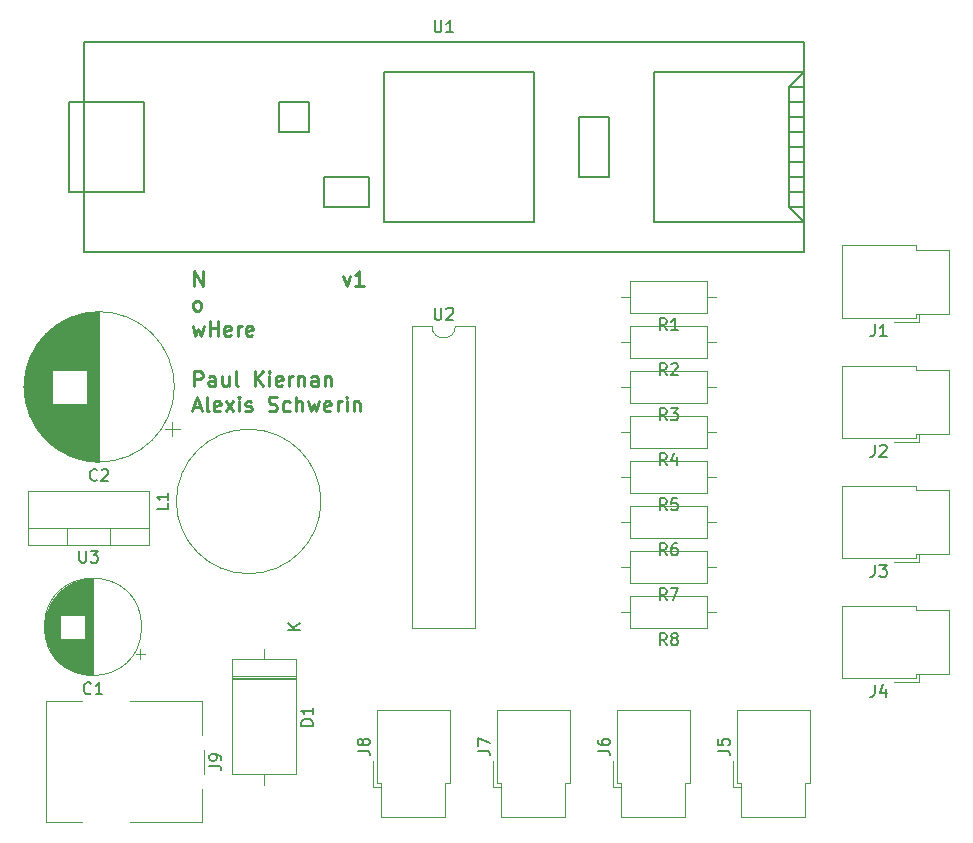
<source format=gbr>
G04 #@! TF.GenerationSoftware,KiCad,Pcbnew,(5.1.2-1)-1*
G04 #@! TF.CreationDate,2019-06-05T23:38:11-07:00*
G04 #@! TF.ProjectId,nowhere,6e6f7768-6572-4652-9e6b-696361645f70,rev?*
G04 #@! TF.SameCoordinates,Original*
G04 #@! TF.FileFunction,Legend,Top*
G04 #@! TF.FilePolarity,Positive*
%FSLAX46Y46*%
G04 Gerber Fmt 4.6, Leading zero omitted, Abs format (unit mm)*
G04 Created by KiCad (PCBNEW (5.1.2-1)-1) date 2019-06-05 23:38:11*
%MOMM*%
%LPD*%
G04 APERTURE LIST*
%ADD10C,0.250000*%
%ADD11C,0.120000*%
%ADD12C,0.150000*%
G04 APERTURE END LIST*
D10*
X79200119Y-35892976D02*
X79200119Y-34642976D01*
X79914404Y-35892976D01*
X79914404Y-34642976D01*
X91819166Y-35059642D02*
X92116785Y-35892976D01*
X92414404Y-35059642D01*
X93545357Y-35892976D02*
X92831071Y-35892976D01*
X93188214Y-35892976D02*
X93188214Y-34642976D01*
X93069166Y-34821547D01*
X92950119Y-34940595D01*
X92831071Y-35000119D01*
X79378690Y-38017976D02*
X79259642Y-37958452D01*
X79200119Y-37898928D01*
X79140595Y-37779880D01*
X79140595Y-37422738D01*
X79200119Y-37303690D01*
X79259642Y-37244166D01*
X79378690Y-37184642D01*
X79557261Y-37184642D01*
X79676309Y-37244166D01*
X79735833Y-37303690D01*
X79795357Y-37422738D01*
X79795357Y-37779880D01*
X79735833Y-37898928D01*
X79676309Y-37958452D01*
X79557261Y-38017976D01*
X79378690Y-38017976D01*
X79081071Y-39309642D02*
X79319166Y-40142976D01*
X79557261Y-39547738D01*
X79795357Y-40142976D01*
X80033452Y-39309642D01*
X80509642Y-40142976D02*
X80509642Y-38892976D01*
X80509642Y-39488214D02*
X81223928Y-39488214D01*
X81223928Y-40142976D02*
X81223928Y-38892976D01*
X82295357Y-40083452D02*
X82176309Y-40142976D01*
X81938214Y-40142976D01*
X81819166Y-40083452D01*
X81759642Y-39964404D01*
X81759642Y-39488214D01*
X81819166Y-39369166D01*
X81938214Y-39309642D01*
X82176309Y-39309642D01*
X82295357Y-39369166D01*
X82354880Y-39488214D01*
X82354880Y-39607261D01*
X81759642Y-39726309D01*
X82890595Y-40142976D02*
X82890595Y-39309642D01*
X82890595Y-39547738D02*
X82950119Y-39428690D01*
X83009642Y-39369166D01*
X83128690Y-39309642D01*
X83247738Y-39309642D01*
X84140595Y-40083452D02*
X84021547Y-40142976D01*
X83783452Y-40142976D01*
X83664404Y-40083452D01*
X83604880Y-39964404D01*
X83604880Y-39488214D01*
X83664404Y-39369166D01*
X83783452Y-39309642D01*
X84021547Y-39309642D01*
X84140595Y-39369166D01*
X84200119Y-39488214D01*
X84200119Y-39607261D01*
X83604880Y-39726309D01*
X79200119Y-44392976D02*
X79200119Y-43142976D01*
X79676309Y-43142976D01*
X79795357Y-43202500D01*
X79854880Y-43262023D01*
X79914404Y-43381071D01*
X79914404Y-43559642D01*
X79854880Y-43678690D01*
X79795357Y-43738214D01*
X79676309Y-43797738D01*
X79200119Y-43797738D01*
X80985833Y-44392976D02*
X80985833Y-43738214D01*
X80926309Y-43619166D01*
X80807261Y-43559642D01*
X80569166Y-43559642D01*
X80450119Y-43619166D01*
X80985833Y-44333452D02*
X80866785Y-44392976D01*
X80569166Y-44392976D01*
X80450119Y-44333452D01*
X80390595Y-44214404D01*
X80390595Y-44095357D01*
X80450119Y-43976309D01*
X80569166Y-43916785D01*
X80866785Y-43916785D01*
X80985833Y-43857261D01*
X82116785Y-43559642D02*
X82116785Y-44392976D01*
X81581071Y-43559642D02*
X81581071Y-44214404D01*
X81640595Y-44333452D01*
X81759642Y-44392976D01*
X81938214Y-44392976D01*
X82057261Y-44333452D01*
X82116785Y-44273928D01*
X82890595Y-44392976D02*
X82771547Y-44333452D01*
X82712023Y-44214404D01*
X82712023Y-43142976D01*
X84319166Y-44392976D02*
X84319166Y-43142976D01*
X85033452Y-44392976D02*
X84497738Y-43678690D01*
X85033452Y-43142976D02*
X84319166Y-43857261D01*
X85569166Y-44392976D02*
X85569166Y-43559642D01*
X85569166Y-43142976D02*
X85509642Y-43202500D01*
X85569166Y-43262023D01*
X85628690Y-43202500D01*
X85569166Y-43142976D01*
X85569166Y-43262023D01*
X86640595Y-44333452D02*
X86521547Y-44392976D01*
X86283452Y-44392976D01*
X86164404Y-44333452D01*
X86104880Y-44214404D01*
X86104880Y-43738214D01*
X86164404Y-43619166D01*
X86283452Y-43559642D01*
X86521547Y-43559642D01*
X86640595Y-43619166D01*
X86700119Y-43738214D01*
X86700119Y-43857261D01*
X86104880Y-43976309D01*
X87235833Y-44392976D02*
X87235833Y-43559642D01*
X87235833Y-43797738D02*
X87295357Y-43678690D01*
X87354880Y-43619166D01*
X87473928Y-43559642D01*
X87592976Y-43559642D01*
X88009642Y-43559642D02*
X88009642Y-44392976D01*
X88009642Y-43678690D02*
X88069166Y-43619166D01*
X88188214Y-43559642D01*
X88366785Y-43559642D01*
X88485833Y-43619166D01*
X88545357Y-43738214D01*
X88545357Y-44392976D01*
X89676309Y-44392976D02*
X89676309Y-43738214D01*
X89616785Y-43619166D01*
X89497738Y-43559642D01*
X89259642Y-43559642D01*
X89140595Y-43619166D01*
X89676309Y-44333452D02*
X89557261Y-44392976D01*
X89259642Y-44392976D01*
X89140595Y-44333452D01*
X89081071Y-44214404D01*
X89081071Y-44095357D01*
X89140595Y-43976309D01*
X89259642Y-43916785D01*
X89557261Y-43916785D01*
X89676309Y-43857261D01*
X90271547Y-43559642D02*
X90271547Y-44392976D01*
X90271547Y-43678690D02*
X90331071Y-43619166D01*
X90450119Y-43559642D01*
X90628690Y-43559642D01*
X90747738Y-43619166D01*
X90807261Y-43738214D01*
X90807261Y-44392976D01*
X79140595Y-46160833D02*
X79735833Y-46160833D01*
X79021547Y-46517976D02*
X79438214Y-45267976D01*
X79854880Y-46517976D01*
X80450119Y-46517976D02*
X80331071Y-46458452D01*
X80271547Y-46339404D01*
X80271547Y-45267976D01*
X81402500Y-46458452D02*
X81283452Y-46517976D01*
X81045357Y-46517976D01*
X80926309Y-46458452D01*
X80866785Y-46339404D01*
X80866785Y-45863214D01*
X80926309Y-45744166D01*
X81045357Y-45684642D01*
X81283452Y-45684642D01*
X81402500Y-45744166D01*
X81462023Y-45863214D01*
X81462023Y-45982261D01*
X80866785Y-46101309D01*
X81878690Y-46517976D02*
X82533452Y-45684642D01*
X81878690Y-45684642D02*
X82533452Y-46517976D01*
X83009642Y-46517976D02*
X83009642Y-45684642D01*
X83009642Y-45267976D02*
X82950119Y-45327500D01*
X83009642Y-45387023D01*
X83069166Y-45327500D01*
X83009642Y-45267976D01*
X83009642Y-45387023D01*
X83545357Y-46458452D02*
X83664404Y-46517976D01*
X83902500Y-46517976D01*
X84021547Y-46458452D01*
X84081071Y-46339404D01*
X84081071Y-46279880D01*
X84021547Y-46160833D01*
X83902500Y-46101309D01*
X83723928Y-46101309D01*
X83604880Y-46041785D01*
X83545357Y-45922738D01*
X83545357Y-45863214D01*
X83604880Y-45744166D01*
X83723928Y-45684642D01*
X83902500Y-45684642D01*
X84021547Y-45744166D01*
X85509642Y-46458452D02*
X85688214Y-46517976D01*
X85985833Y-46517976D01*
X86104880Y-46458452D01*
X86164404Y-46398928D01*
X86223928Y-46279880D01*
X86223928Y-46160833D01*
X86164404Y-46041785D01*
X86104880Y-45982261D01*
X85985833Y-45922738D01*
X85747738Y-45863214D01*
X85628690Y-45803690D01*
X85569166Y-45744166D01*
X85509642Y-45625119D01*
X85509642Y-45506071D01*
X85569166Y-45387023D01*
X85628690Y-45327500D01*
X85747738Y-45267976D01*
X86045357Y-45267976D01*
X86223928Y-45327500D01*
X87295357Y-46458452D02*
X87176309Y-46517976D01*
X86938214Y-46517976D01*
X86819166Y-46458452D01*
X86759642Y-46398928D01*
X86700119Y-46279880D01*
X86700119Y-45922738D01*
X86759642Y-45803690D01*
X86819166Y-45744166D01*
X86938214Y-45684642D01*
X87176309Y-45684642D01*
X87295357Y-45744166D01*
X87831071Y-46517976D02*
X87831071Y-45267976D01*
X88366785Y-46517976D02*
X88366785Y-45863214D01*
X88307261Y-45744166D01*
X88188214Y-45684642D01*
X88009642Y-45684642D01*
X87890595Y-45744166D01*
X87831071Y-45803690D01*
X88842976Y-45684642D02*
X89081071Y-46517976D01*
X89319166Y-45922738D01*
X89557261Y-46517976D01*
X89795357Y-45684642D01*
X90747738Y-46458452D02*
X90628690Y-46517976D01*
X90390595Y-46517976D01*
X90271547Y-46458452D01*
X90212023Y-46339404D01*
X90212023Y-45863214D01*
X90271547Y-45744166D01*
X90390595Y-45684642D01*
X90628690Y-45684642D01*
X90747738Y-45744166D01*
X90807261Y-45863214D01*
X90807261Y-45982261D01*
X90212023Y-46101309D01*
X91342976Y-46517976D02*
X91342976Y-45684642D01*
X91342976Y-45922738D02*
X91402500Y-45803690D01*
X91462023Y-45744166D01*
X91581071Y-45684642D01*
X91700119Y-45684642D01*
X92116785Y-46517976D02*
X92116785Y-45684642D01*
X92116785Y-45267976D02*
X92057261Y-45327500D01*
X92116785Y-45387023D01*
X92176309Y-45327500D01*
X92116785Y-45267976D01*
X92116785Y-45387023D01*
X92712023Y-45684642D02*
X92712023Y-46517976D01*
X92712023Y-45803690D02*
X92771547Y-45744166D01*
X92890595Y-45684642D01*
X93069166Y-45684642D01*
X93188214Y-45744166D01*
X93247738Y-45863214D01*
X93247738Y-46517976D01*
D11*
X115340000Y-59690000D02*
X116110000Y-59690000D01*
X123420000Y-59690000D02*
X122650000Y-59690000D01*
X116110000Y-61060000D02*
X122650000Y-61060000D01*
X116110000Y-58320000D02*
X116110000Y-61060000D01*
X122650000Y-58320000D02*
X116110000Y-58320000D01*
X122650000Y-61060000D02*
X122650000Y-58320000D01*
X74760000Y-64770000D02*
G75*
G03X74760000Y-64770000I-4120000J0D01*
G01*
X70640000Y-68850000D02*
X70640000Y-60690000D01*
X70600000Y-68850000D02*
X70600000Y-60690000D01*
X70560000Y-68850000D02*
X70560000Y-60690000D01*
X70520000Y-68849000D02*
X70520000Y-60691000D01*
X70480000Y-68847000D02*
X70480000Y-60693000D01*
X70440000Y-68846000D02*
X70440000Y-60694000D01*
X70400000Y-68844000D02*
X70400000Y-60696000D01*
X70360000Y-68841000D02*
X70360000Y-60699000D01*
X70320000Y-68838000D02*
X70320000Y-60702000D01*
X70280000Y-68835000D02*
X70280000Y-60705000D01*
X70240000Y-68831000D02*
X70240000Y-60709000D01*
X70200000Y-68827000D02*
X70200000Y-60713000D01*
X70160000Y-68822000D02*
X70160000Y-60718000D01*
X70120000Y-68818000D02*
X70120000Y-60722000D01*
X70080000Y-68812000D02*
X70080000Y-60728000D01*
X70040000Y-68807000D02*
X70040000Y-60733000D01*
X70000000Y-68800000D02*
X70000000Y-60740000D01*
X69960000Y-68794000D02*
X69960000Y-60746000D01*
X69919000Y-68787000D02*
X69919000Y-65810000D01*
X69919000Y-63730000D02*
X69919000Y-60753000D01*
X69879000Y-68780000D02*
X69879000Y-65810000D01*
X69879000Y-63730000D02*
X69879000Y-60760000D01*
X69839000Y-68772000D02*
X69839000Y-65810000D01*
X69839000Y-63730000D02*
X69839000Y-60768000D01*
X69799000Y-68764000D02*
X69799000Y-65810000D01*
X69799000Y-63730000D02*
X69799000Y-60776000D01*
X69759000Y-68755000D02*
X69759000Y-65810000D01*
X69759000Y-63730000D02*
X69759000Y-60785000D01*
X69719000Y-68746000D02*
X69719000Y-65810000D01*
X69719000Y-63730000D02*
X69719000Y-60794000D01*
X69679000Y-68737000D02*
X69679000Y-65810000D01*
X69679000Y-63730000D02*
X69679000Y-60803000D01*
X69639000Y-68727000D02*
X69639000Y-65810000D01*
X69639000Y-63730000D02*
X69639000Y-60813000D01*
X69599000Y-68717000D02*
X69599000Y-65810000D01*
X69599000Y-63730000D02*
X69599000Y-60823000D01*
X69559000Y-68706000D02*
X69559000Y-65810000D01*
X69559000Y-63730000D02*
X69559000Y-60834000D01*
X69519000Y-68695000D02*
X69519000Y-65810000D01*
X69519000Y-63730000D02*
X69519000Y-60845000D01*
X69479000Y-68684000D02*
X69479000Y-65810000D01*
X69479000Y-63730000D02*
X69479000Y-60856000D01*
X69439000Y-68672000D02*
X69439000Y-65810000D01*
X69439000Y-63730000D02*
X69439000Y-60868000D01*
X69399000Y-68659000D02*
X69399000Y-65810000D01*
X69399000Y-63730000D02*
X69399000Y-60881000D01*
X69359000Y-68647000D02*
X69359000Y-65810000D01*
X69359000Y-63730000D02*
X69359000Y-60893000D01*
X69319000Y-68633000D02*
X69319000Y-65810000D01*
X69319000Y-63730000D02*
X69319000Y-60907000D01*
X69279000Y-68620000D02*
X69279000Y-65810000D01*
X69279000Y-63730000D02*
X69279000Y-60920000D01*
X69239000Y-68605000D02*
X69239000Y-65810000D01*
X69239000Y-63730000D02*
X69239000Y-60935000D01*
X69199000Y-68591000D02*
X69199000Y-65810000D01*
X69199000Y-63730000D02*
X69199000Y-60949000D01*
X69159000Y-68575000D02*
X69159000Y-65810000D01*
X69159000Y-63730000D02*
X69159000Y-60965000D01*
X69119000Y-68560000D02*
X69119000Y-65810000D01*
X69119000Y-63730000D02*
X69119000Y-60980000D01*
X69079000Y-68544000D02*
X69079000Y-65810000D01*
X69079000Y-63730000D02*
X69079000Y-60996000D01*
X69039000Y-68527000D02*
X69039000Y-65810000D01*
X69039000Y-63730000D02*
X69039000Y-61013000D01*
X68999000Y-68510000D02*
X68999000Y-65810000D01*
X68999000Y-63730000D02*
X68999000Y-61030000D01*
X68959000Y-68492000D02*
X68959000Y-65810000D01*
X68959000Y-63730000D02*
X68959000Y-61048000D01*
X68919000Y-68474000D02*
X68919000Y-65810000D01*
X68919000Y-63730000D02*
X68919000Y-61066000D01*
X68879000Y-68456000D02*
X68879000Y-65810000D01*
X68879000Y-63730000D02*
X68879000Y-61084000D01*
X68839000Y-68436000D02*
X68839000Y-65810000D01*
X68839000Y-63730000D02*
X68839000Y-61104000D01*
X68799000Y-68417000D02*
X68799000Y-65810000D01*
X68799000Y-63730000D02*
X68799000Y-61123000D01*
X68759000Y-68397000D02*
X68759000Y-65810000D01*
X68759000Y-63730000D02*
X68759000Y-61143000D01*
X68719000Y-68376000D02*
X68719000Y-65810000D01*
X68719000Y-63730000D02*
X68719000Y-61164000D01*
X68679000Y-68354000D02*
X68679000Y-65810000D01*
X68679000Y-63730000D02*
X68679000Y-61186000D01*
X68639000Y-68332000D02*
X68639000Y-65810000D01*
X68639000Y-63730000D02*
X68639000Y-61208000D01*
X68599000Y-68310000D02*
X68599000Y-65810000D01*
X68599000Y-63730000D02*
X68599000Y-61230000D01*
X68559000Y-68287000D02*
X68559000Y-65810000D01*
X68559000Y-63730000D02*
X68559000Y-61253000D01*
X68519000Y-68263000D02*
X68519000Y-65810000D01*
X68519000Y-63730000D02*
X68519000Y-61277000D01*
X68479000Y-68239000D02*
X68479000Y-65810000D01*
X68479000Y-63730000D02*
X68479000Y-61301000D01*
X68439000Y-68214000D02*
X68439000Y-65810000D01*
X68439000Y-63730000D02*
X68439000Y-61326000D01*
X68399000Y-68188000D02*
X68399000Y-65810000D01*
X68399000Y-63730000D02*
X68399000Y-61352000D01*
X68359000Y-68162000D02*
X68359000Y-65810000D01*
X68359000Y-63730000D02*
X68359000Y-61378000D01*
X68319000Y-68135000D02*
X68319000Y-65810000D01*
X68319000Y-63730000D02*
X68319000Y-61405000D01*
X68279000Y-68108000D02*
X68279000Y-65810000D01*
X68279000Y-63730000D02*
X68279000Y-61432000D01*
X68239000Y-68079000D02*
X68239000Y-65810000D01*
X68239000Y-63730000D02*
X68239000Y-61461000D01*
X68199000Y-68050000D02*
X68199000Y-65810000D01*
X68199000Y-63730000D02*
X68199000Y-61490000D01*
X68159000Y-68020000D02*
X68159000Y-65810000D01*
X68159000Y-63730000D02*
X68159000Y-61520000D01*
X68119000Y-67990000D02*
X68119000Y-65810000D01*
X68119000Y-63730000D02*
X68119000Y-61550000D01*
X68079000Y-67959000D02*
X68079000Y-65810000D01*
X68079000Y-63730000D02*
X68079000Y-61581000D01*
X68039000Y-67926000D02*
X68039000Y-65810000D01*
X68039000Y-63730000D02*
X68039000Y-61614000D01*
X67999000Y-67894000D02*
X67999000Y-65810000D01*
X67999000Y-63730000D02*
X67999000Y-61646000D01*
X67959000Y-67860000D02*
X67959000Y-65810000D01*
X67959000Y-63730000D02*
X67959000Y-61680000D01*
X67919000Y-67825000D02*
X67919000Y-65810000D01*
X67919000Y-63730000D02*
X67919000Y-61715000D01*
X67879000Y-67789000D02*
X67879000Y-65810000D01*
X67879000Y-63730000D02*
X67879000Y-61751000D01*
X67839000Y-67753000D02*
X67839000Y-61787000D01*
X67799000Y-67715000D02*
X67799000Y-61825000D01*
X67759000Y-67677000D02*
X67759000Y-61863000D01*
X67719000Y-67637000D02*
X67719000Y-61903000D01*
X67679000Y-67596000D02*
X67679000Y-61944000D01*
X67639000Y-67554000D02*
X67639000Y-61986000D01*
X67599000Y-67511000D02*
X67599000Y-62029000D01*
X67559000Y-67467000D02*
X67559000Y-62073000D01*
X67519000Y-67421000D02*
X67519000Y-62119000D01*
X67479000Y-67374000D02*
X67479000Y-62166000D01*
X67439000Y-67326000D02*
X67439000Y-62214000D01*
X67399000Y-67275000D02*
X67399000Y-62265000D01*
X67359000Y-67224000D02*
X67359000Y-62316000D01*
X67319000Y-67170000D02*
X67319000Y-62370000D01*
X67279000Y-67115000D02*
X67279000Y-62425000D01*
X67239000Y-67057000D02*
X67239000Y-62483000D01*
X67199000Y-66998000D02*
X67199000Y-62542000D01*
X67159000Y-66936000D02*
X67159000Y-62604000D01*
X67119000Y-66872000D02*
X67119000Y-62668000D01*
X67079000Y-66804000D02*
X67079000Y-62736000D01*
X67039000Y-66734000D02*
X67039000Y-62806000D01*
X66999000Y-66660000D02*
X66999000Y-62880000D01*
X66959000Y-66583000D02*
X66959000Y-62957000D01*
X66919000Y-66501000D02*
X66919000Y-63039000D01*
X66879000Y-66415000D02*
X66879000Y-63125000D01*
X66839000Y-66322000D02*
X66839000Y-63218000D01*
X66799000Y-66223000D02*
X66799000Y-63317000D01*
X66759000Y-66116000D02*
X66759000Y-63424000D01*
X66719000Y-65999000D02*
X66719000Y-63541000D01*
X66679000Y-65868000D02*
X66679000Y-63672000D01*
X66639000Y-65718000D02*
X66639000Y-63822000D01*
X66599000Y-65538000D02*
X66599000Y-64002000D01*
X66559000Y-65303000D02*
X66559000Y-64237000D01*
X75049698Y-67085000D02*
X74249698Y-67085000D01*
X74649698Y-67485000D02*
X74649698Y-66685000D01*
X77530000Y-44450000D02*
G75*
G03X77530000Y-44450000I-6370000J0D01*
G01*
X71160000Y-50780000D02*
X71160000Y-38120000D01*
X71120000Y-50780000D02*
X71120000Y-38120000D01*
X71080000Y-50780000D02*
X71080000Y-38120000D01*
X71040000Y-50779000D02*
X71040000Y-38121000D01*
X71000000Y-50778000D02*
X71000000Y-38122000D01*
X70960000Y-50777000D02*
X70960000Y-38123000D01*
X70920000Y-50776000D02*
X70920000Y-38124000D01*
X70880000Y-50774000D02*
X70880000Y-38126000D01*
X70840000Y-50772000D02*
X70840000Y-38128000D01*
X70800000Y-50770000D02*
X70800000Y-38130000D01*
X70760000Y-50768000D02*
X70760000Y-38132000D01*
X70720000Y-50765000D02*
X70720000Y-38135000D01*
X70680000Y-50762000D02*
X70680000Y-38138000D01*
X70640000Y-50759000D02*
X70640000Y-38141000D01*
X70600000Y-50756000D02*
X70600000Y-38144000D01*
X70560000Y-50752000D02*
X70560000Y-38148000D01*
X70520000Y-50748000D02*
X70520000Y-38152000D01*
X70480000Y-50744000D02*
X70480000Y-38156000D01*
X70439000Y-50740000D02*
X70439000Y-38160000D01*
X70399000Y-50735000D02*
X70399000Y-38165000D01*
X70359000Y-50730000D02*
X70359000Y-38170000D01*
X70319000Y-50725000D02*
X70319000Y-38175000D01*
X70279000Y-50719000D02*
X70279000Y-38181000D01*
X70239000Y-50714000D02*
X70239000Y-38186000D01*
X70199000Y-50708000D02*
X70199000Y-38192000D01*
X70159000Y-50702000D02*
X70159000Y-38198000D01*
X70119000Y-50695000D02*
X70119000Y-38205000D01*
X70079000Y-50688000D02*
X70079000Y-45890000D01*
X70079000Y-43010000D02*
X70079000Y-38212000D01*
X70039000Y-50681000D02*
X70039000Y-45890000D01*
X70039000Y-43010000D02*
X70039000Y-38219000D01*
X69999000Y-50674000D02*
X69999000Y-45890000D01*
X69999000Y-43010000D02*
X69999000Y-38226000D01*
X69959000Y-50666000D02*
X69959000Y-45890000D01*
X69959000Y-43010000D02*
X69959000Y-38234000D01*
X69919000Y-50659000D02*
X69919000Y-45890000D01*
X69919000Y-43010000D02*
X69919000Y-38241000D01*
X69879000Y-50651000D02*
X69879000Y-45890000D01*
X69879000Y-43010000D02*
X69879000Y-38249000D01*
X69839000Y-50642000D02*
X69839000Y-45890000D01*
X69839000Y-43010000D02*
X69839000Y-38258000D01*
X69799000Y-50634000D02*
X69799000Y-45890000D01*
X69799000Y-43010000D02*
X69799000Y-38266000D01*
X69759000Y-50625000D02*
X69759000Y-45890000D01*
X69759000Y-43010000D02*
X69759000Y-38275000D01*
X69719000Y-50616000D02*
X69719000Y-45890000D01*
X69719000Y-43010000D02*
X69719000Y-38284000D01*
X69679000Y-50606000D02*
X69679000Y-45890000D01*
X69679000Y-43010000D02*
X69679000Y-38294000D01*
X69639000Y-50596000D02*
X69639000Y-45890000D01*
X69639000Y-43010000D02*
X69639000Y-38304000D01*
X69599000Y-50587000D02*
X69599000Y-45890000D01*
X69599000Y-43010000D02*
X69599000Y-38313000D01*
X69559000Y-50576000D02*
X69559000Y-45890000D01*
X69559000Y-43010000D02*
X69559000Y-38324000D01*
X69519000Y-50566000D02*
X69519000Y-45890000D01*
X69519000Y-43010000D02*
X69519000Y-38334000D01*
X69479000Y-50555000D02*
X69479000Y-45890000D01*
X69479000Y-43010000D02*
X69479000Y-38345000D01*
X69439000Y-50544000D02*
X69439000Y-45890000D01*
X69439000Y-43010000D02*
X69439000Y-38356000D01*
X69399000Y-50533000D02*
X69399000Y-45890000D01*
X69399000Y-43010000D02*
X69399000Y-38367000D01*
X69359000Y-50521000D02*
X69359000Y-45890000D01*
X69359000Y-43010000D02*
X69359000Y-38379000D01*
X69319000Y-50509000D02*
X69319000Y-45890000D01*
X69319000Y-43010000D02*
X69319000Y-38391000D01*
X69279000Y-50497000D02*
X69279000Y-45890000D01*
X69279000Y-43010000D02*
X69279000Y-38403000D01*
X69239000Y-50484000D02*
X69239000Y-45890000D01*
X69239000Y-43010000D02*
X69239000Y-38416000D01*
X69199000Y-50471000D02*
X69199000Y-45890000D01*
X69199000Y-43010000D02*
X69199000Y-38429000D01*
X69159000Y-50458000D02*
X69159000Y-45890000D01*
X69159000Y-43010000D02*
X69159000Y-38442000D01*
X69119000Y-50445000D02*
X69119000Y-45890000D01*
X69119000Y-43010000D02*
X69119000Y-38455000D01*
X69079000Y-50431000D02*
X69079000Y-45890000D01*
X69079000Y-43010000D02*
X69079000Y-38469000D01*
X69039000Y-50417000D02*
X69039000Y-45890000D01*
X69039000Y-43010000D02*
X69039000Y-38483000D01*
X68999000Y-50403000D02*
X68999000Y-45890000D01*
X68999000Y-43010000D02*
X68999000Y-38497000D01*
X68959000Y-50389000D02*
X68959000Y-45890000D01*
X68959000Y-43010000D02*
X68959000Y-38511000D01*
X68919000Y-50374000D02*
X68919000Y-45890000D01*
X68919000Y-43010000D02*
X68919000Y-38526000D01*
X68879000Y-50358000D02*
X68879000Y-45890000D01*
X68879000Y-43010000D02*
X68879000Y-38542000D01*
X68839000Y-50343000D02*
X68839000Y-45890000D01*
X68839000Y-43010000D02*
X68839000Y-38557000D01*
X68799000Y-50327000D02*
X68799000Y-45890000D01*
X68799000Y-43010000D02*
X68799000Y-38573000D01*
X68759000Y-50311000D02*
X68759000Y-45890000D01*
X68759000Y-43010000D02*
X68759000Y-38589000D01*
X68719000Y-50295000D02*
X68719000Y-45890000D01*
X68719000Y-43010000D02*
X68719000Y-38605000D01*
X68679000Y-50278000D02*
X68679000Y-45890000D01*
X68679000Y-43010000D02*
X68679000Y-38622000D01*
X68639000Y-50261000D02*
X68639000Y-45890000D01*
X68639000Y-43010000D02*
X68639000Y-38639000D01*
X68599000Y-50243000D02*
X68599000Y-45890000D01*
X68599000Y-43010000D02*
X68599000Y-38657000D01*
X68559000Y-50226000D02*
X68559000Y-45890000D01*
X68559000Y-43010000D02*
X68559000Y-38674000D01*
X68519000Y-50208000D02*
X68519000Y-45890000D01*
X68519000Y-43010000D02*
X68519000Y-38692000D01*
X68479000Y-50189000D02*
X68479000Y-45890000D01*
X68479000Y-43010000D02*
X68479000Y-38711000D01*
X68439000Y-50171000D02*
X68439000Y-45890000D01*
X68439000Y-43010000D02*
X68439000Y-38729000D01*
X68399000Y-50152000D02*
X68399000Y-45890000D01*
X68399000Y-43010000D02*
X68399000Y-38748000D01*
X68359000Y-50132000D02*
X68359000Y-45890000D01*
X68359000Y-43010000D02*
X68359000Y-38768000D01*
X68319000Y-50112000D02*
X68319000Y-45890000D01*
X68319000Y-43010000D02*
X68319000Y-38788000D01*
X68279000Y-50092000D02*
X68279000Y-45890000D01*
X68279000Y-43010000D02*
X68279000Y-38808000D01*
X68239000Y-50072000D02*
X68239000Y-45890000D01*
X68239000Y-43010000D02*
X68239000Y-38828000D01*
X68199000Y-50051000D02*
X68199000Y-45890000D01*
X68199000Y-43010000D02*
X68199000Y-38849000D01*
X68159000Y-50030000D02*
X68159000Y-45890000D01*
X68159000Y-43010000D02*
X68159000Y-38870000D01*
X68119000Y-50008000D02*
X68119000Y-45890000D01*
X68119000Y-43010000D02*
X68119000Y-38892000D01*
X68079000Y-49986000D02*
X68079000Y-45890000D01*
X68079000Y-43010000D02*
X68079000Y-38914000D01*
X68039000Y-49964000D02*
X68039000Y-45890000D01*
X68039000Y-43010000D02*
X68039000Y-38936000D01*
X67999000Y-49941000D02*
X67999000Y-45890000D01*
X67999000Y-43010000D02*
X67999000Y-38959000D01*
X67959000Y-49918000D02*
X67959000Y-45890000D01*
X67959000Y-43010000D02*
X67959000Y-38982000D01*
X67919000Y-49895000D02*
X67919000Y-45890000D01*
X67919000Y-43010000D02*
X67919000Y-39005000D01*
X67879000Y-49871000D02*
X67879000Y-45890000D01*
X67879000Y-43010000D02*
X67879000Y-39029000D01*
X67839000Y-49847000D02*
X67839000Y-45890000D01*
X67839000Y-43010000D02*
X67839000Y-39053000D01*
X67799000Y-49822000D02*
X67799000Y-45890000D01*
X67799000Y-43010000D02*
X67799000Y-39078000D01*
X67759000Y-49797000D02*
X67759000Y-45890000D01*
X67759000Y-43010000D02*
X67759000Y-39103000D01*
X67719000Y-49772000D02*
X67719000Y-45890000D01*
X67719000Y-43010000D02*
X67719000Y-39128000D01*
X67679000Y-49746000D02*
X67679000Y-45890000D01*
X67679000Y-43010000D02*
X67679000Y-39154000D01*
X67639000Y-49720000D02*
X67639000Y-45890000D01*
X67639000Y-43010000D02*
X67639000Y-39180000D01*
X67599000Y-49693000D02*
X67599000Y-45890000D01*
X67599000Y-43010000D02*
X67599000Y-39207000D01*
X67559000Y-49666000D02*
X67559000Y-45890000D01*
X67559000Y-43010000D02*
X67559000Y-39234000D01*
X67519000Y-49638000D02*
X67519000Y-45890000D01*
X67519000Y-43010000D02*
X67519000Y-39262000D01*
X67479000Y-49610000D02*
X67479000Y-45890000D01*
X67479000Y-43010000D02*
X67479000Y-39290000D01*
X67439000Y-49581000D02*
X67439000Y-45890000D01*
X67439000Y-43010000D02*
X67439000Y-39319000D01*
X67399000Y-49552000D02*
X67399000Y-45890000D01*
X67399000Y-43010000D02*
X67399000Y-39348000D01*
X67359000Y-49523000D02*
X67359000Y-45890000D01*
X67359000Y-43010000D02*
X67359000Y-39377000D01*
X67319000Y-49493000D02*
X67319000Y-45890000D01*
X67319000Y-43010000D02*
X67319000Y-39407000D01*
X67279000Y-49462000D02*
X67279000Y-45890000D01*
X67279000Y-43010000D02*
X67279000Y-39438000D01*
X67239000Y-49432000D02*
X67239000Y-45890000D01*
X67239000Y-43010000D02*
X67239000Y-39468000D01*
X67199000Y-49400000D02*
X67199000Y-39500000D01*
X67159000Y-49368000D02*
X67159000Y-39532000D01*
X67119000Y-49335000D02*
X67119000Y-39565000D01*
X67079000Y-49302000D02*
X67079000Y-39598000D01*
X67039000Y-49269000D02*
X67039000Y-39631000D01*
X66999000Y-49235000D02*
X66999000Y-39665000D01*
X66959000Y-49200000D02*
X66959000Y-39700000D01*
X66919000Y-49164000D02*
X66919000Y-39736000D01*
X66879000Y-49128000D02*
X66879000Y-39772000D01*
X66839000Y-49092000D02*
X66839000Y-39808000D01*
X66799000Y-49055000D02*
X66799000Y-39845000D01*
X66759000Y-49017000D02*
X66759000Y-39883000D01*
X66719000Y-48978000D02*
X66719000Y-39922000D01*
X66679000Y-48939000D02*
X66679000Y-39961000D01*
X66639000Y-48899000D02*
X66639000Y-40001000D01*
X66599000Y-48858000D02*
X66599000Y-40042000D01*
X66559000Y-48817000D02*
X66559000Y-40083000D01*
X66519000Y-48775000D02*
X66519000Y-40125000D01*
X66479000Y-48732000D02*
X66479000Y-40168000D01*
X66439000Y-48688000D02*
X66439000Y-40212000D01*
X66399000Y-48644000D02*
X66399000Y-40256000D01*
X66359000Y-48598000D02*
X66359000Y-40302000D01*
X66319000Y-48552000D02*
X66319000Y-40348000D01*
X66279000Y-48505000D02*
X66279000Y-40395000D01*
X66239000Y-48457000D02*
X66239000Y-40443000D01*
X66199000Y-48407000D02*
X66199000Y-40493000D01*
X66159000Y-48357000D02*
X66159000Y-40543000D01*
X66119000Y-48306000D02*
X66119000Y-40594000D01*
X66079000Y-48254000D02*
X66079000Y-40646000D01*
X66039000Y-48200000D02*
X66039000Y-40700000D01*
X65999000Y-48146000D02*
X65999000Y-40754000D01*
X65959000Y-48090000D02*
X65959000Y-40810000D01*
X65919000Y-48033000D02*
X65919000Y-40867000D01*
X65879000Y-47974000D02*
X65879000Y-40926000D01*
X65839000Y-47914000D02*
X65839000Y-40986000D01*
X65799000Y-47852000D02*
X65799000Y-41048000D01*
X65759000Y-47789000D02*
X65759000Y-41111000D01*
X65719000Y-47725000D02*
X65719000Y-41175000D01*
X65679000Y-47658000D02*
X65679000Y-41242000D01*
X65639000Y-47590000D02*
X65639000Y-41310000D01*
X65599000Y-47519000D02*
X65599000Y-41381000D01*
X65559000Y-47446000D02*
X65559000Y-41454000D01*
X65519000Y-47371000D02*
X65519000Y-41529000D01*
X65479000Y-47294000D02*
X65479000Y-41606000D01*
X65439000Y-47214000D02*
X65439000Y-41686000D01*
X65399000Y-47131000D02*
X65399000Y-41769000D01*
X65359000Y-47044000D02*
X65359000Y-41856000D01*
X65319000Y-46954000D02*
X65319000Y-41946000D01*
X65279000Y-46860000D02*
X65279000Y-42040000D01*
X65239000Y-46762000D02*
X65239000Y-42138000D01*
X65199000Y-46659000D02*
X65199000Y-42241000D01*
X65159000Y-46550000D02*
X65159000Y-42350000D01*
X65119000Y-46434000D02*
X65119000Y-42466000D01*
X65079000Y-46311000D02*
X65079000Y-42589000D01*
X65039000Y-46178000D02*
X65039000Y-42722000D01*
X64999000Y-46033000D02*
X64999000Y-42867000D01*
X64959000Y-45872000D02*
X64959000Y-43028000D01*
X64919000Y-45691000D02*
X64919000Y-43209000D01*
X64879000Y-45478000D02*
X64879000Y-43422000D01*
X64839000Y-45207000D02*
X64839000Y-43693000D01*
X64799000Y-44767000D02*
X64799000Y-44133000D01*
X77977082Y-48025000D02*
X76727082Y-48025000D01*
X77352082Y-48650000D02*
X77352082Y-47400000D01*
X87810000Y-67520000D02*
X82370000Y-67520000D01*
X82370000Y-67520000D02*
X82370000Y-77260000D01*
X82370000Y-77260000D02*
X87810000Y-77260000D01*
X87810000Y-77260000D02*
X87810000Y-67520000D01*
X85090000Y-66610000D02*
X85090000Y-67520000D01*
X85090000Y-78170000D02*
X85090000Y-77260000D01*
X87810000Y-69065000D02*
X82370000Y-69065000D01*
X87810000Y-69185000D02*
X82370000Y-69185000D01*
X87810000Y-68945000D02*
X82370000Y-68945000D01*
X89940000Y-54150000D02*
G75*
G03X89940000Y-54150000I-6120000J0D01*
G01*
X115340000Y-36830000D02*
X116110000Y-36830000D01*
X123420000Y-36830000D02*
X122650000Y-36830000D01*
X116110000Y-38200000D02*
X122650000Y-38200000D01*
X116110000Y-35460000D02*
X116110000Y-38200000D01*
X122650000Y-35460000D02*
X116110000Y-35460000D01*
X122650000Y-38200000D02*
X122650000Y-35460000D01*
X122650000Y-42010000D02*
X122650000Y-39270000D01*
X122650000Y-39270000D02*
X116110000Y-39270000D01*
X116110000Y-39270000D02*
X116110000Y-42010000D01*
X116110000Y-42010000D02*
X122650000Y-42010000D01*
X123420000Y-40640000D02*
X122650000Y-40640000D01*
X115340000Y-40640000D02*
X116110000Y-40640000D01*
X115340000Y-44450000D02*
X116110000Y-44450000D01*
X123420000Y-44450000D02*
X122650000Y-44450000D01*
X116110000Y-45820000D02*
X122650000Y-45820000D01*
X116110000Y-43080000D02*
X116110000Y-45820000D01*
X122650000Y-43080000D02*
X116110000Y-43080000D01*
X122650000Y-45820000D02*
X122650000Y-43080000D01*
X122650000Y-49630000D02*
X122650000Y-46890000D01*
X122650000Y-46890000D02*
X116110000Y-46890000D01*
X116110000Y-46890000D02*
X116110000Y-49630000D01*
X116110000Y-49630000D02*
X122650000Y-49630000D01*
X123420000Y-48260000D02*
X122650000Y-48260000D01*
X115340000Y-48260000D02*
X116110000Y-48260000D01*
X115340000Y-52070000D02*
X116110000Y-52070000D01*
X123420000Y-52070000D02*
X122650000Y-52070000D01*
X116110000Y-53440000D02*
X122650000Y-53440000D01*
X116110000Y-50700000D02*
X116110000Y-53440000D01*
X122650000Y-50700000D02*
X116110000Y-50700000D01*
X122650000Y-53440000D02*
X122650000Y-50700000D01*
X122650000Y-57250000D02*
X122650000Y-54510000D01*
X122650000Y-54510000D02*
X116110000Y-54510000D01*
X116110000Y-54510000D02*
X116110000Y-57250000D01*
X116110000Y-57250000D02*
X122650000Y-57250000D01*
X123420000Y-55880000D02*
X122650000Y-55880000D01*
X115340000Y-55880000D02*
X116110000Y-55880000D01*
X122650000Y-64870000D02*
X122650000Y-62130000D01*
X122650000Y-62130000D02*
X116110000Y-62130000D01*
X116110000Y-62130000D02*
X116110000Y-64870000D01*
X116110000Y-64870000D02*
X122650000Y-64870000D01*
X123420000Y-63500000D02*
X122650000Y-63500000D01*
X115340000Y-63500000D02*
X116110000Y-63500000D01*
D12*
X86360000Y-20320000D02*
X86360000Y-22860000D01*
X86360000Y-22860000D02*
X88900000Y-22860000D01*
X88900000Y-22860000D02*
X88900000Y-20320000D01*
X88900000Y-20320000D02*
X86360000Y-20320000D01*
X93980000Y-29210000D02*
X90170000Y-29210000D01*
X90170000Y-29210000D02*
X90170000Y-26670000D01*
X90170000Y-26670000D02*
X93980000Y-26670000D01*
X93980000Y-26670000D02*
X93980000Y-29210000D01*
X107950000Y-30480000D02*
X107950000Y-17780000D01*
X95250000Y-17780000D02*
X95250000Y-30480000D01*
X95250000Y-30480000D02*
X107950000Y-30480000D01*
X95250000Y-17780000D02*
X107950000Y-17780000D01*
X129540000Y-29210000D02*
X130810000Y-29210000D01*
X129540000Y-27940000D02*
X130810000Y-27940000D01*
X129540000Y-26670000D02*
X130810000Y-26670000D01*
X129540000Y-25400000D02*
X130810000Y-25400000D01*
X129540000Y-24130000D02*
X130810000Y-24130000D01*
X129540000Y-22860000D02*
X130810000Y-22860000D01*
X129540000Y-21590000D02*
X130810000Y-21590000D01*
X129540000Y-20320000D02*
X130810000Y-20320000D01*
X129540000Y-19050000D02*
X130810000Y-19050000D01*
X130810000Y-30480000D02*
X129540000Y-29210000D01*
X129540000Y-29210000D02*
X129540000Y-19050000D01*
X129540000Y-19050000D02*
X130810000Y-17780000D01*
X130810000Y-17780000D02*
X118110000Y-17780000D01*
X118110000Y-17780000D02*
X118110000Y-30480000D01*
X118110000Y-30480000D02*
X130810000Y-30480000D01*
X130810000Y-15240000D02*
X69850000Y-15240000D01*
X69850000Y-33020000D02*
X130810000Y-33020000D01*
X69850000Y-27940000D02*
X68580000Y-27940000D01*
X68580000Y-27940000D02*
X68580000Y-20320000D01*
X68580000Y-20320000D02*
X69850000Y-20320000D01*
X74930000Y-27940000D02*
X74930000Y-20320000D01*
X74930000Y-20320000D02*
X69850000Y-20320000D01*
X74930000Y-27940000D02*
X69850000Y-27940000D01*
X114300000Y-21590000D02*
X114300000Y-26670000D01*
X114300000Y-26670000D02*
X111760000Y-26670000D01*
X111760000Y-26670000D02*
X111760000Y-21590000D01*
X111760000Y-21590000D02*
X114300000Y-21590000D01*
X130810000Y-15240000D02*
X130810000Y-33020000D01*
X69850000Y-33020000D02*
X69850000Y-15240000D01*
D11*
X101330000Y-39310000D02*
G75*
G02X99330000Y-39310000I-1000000J0D01*
G01*
X99330000Y-39310000D02*
X97680000Y-39310000D01*
X97680000Y-39310000D02*
X97680000Y-64830000D01*
X97680000Y-64830000D02*
X102980000Y-64830000D01*
X102980000Y-64830000D02*
X102980000Y-39310000D01*
X102980000Y-39310000D02*
X101330000Y-39310000D01*
X75381000Y-57880000D02*
X65140000Y-57880000D01*
X75381000Y-53239000D02*
X65140000Y-53239000D01*
X75381000Y-57880000D02*
X75381000Y-53239000D01*
X65140000Y-57880000D02*
X65140000Y-53239000D01*
X75381000Y-56370000D02*
X65140000Y-56370000D01*
X72110000Y-57880000D02*
X72110000Y-56370000D01*
X68410000Y-57880000D02*
X68410000Y-56370000D01*
X134080000Y-35540000D02*
X134080000Y-38620000D01*
X134080000Y-38620000D02*
X140280000Y-38620000D01*
X140280000Y-38620000D02*
X140280000Y-38250000D01*
X140280000Y-38250000D02*
X143140000Y-38250000D01*
X143140000Y-38250000D02*
X143140000Y-35540000D01*
X134080000Y-35540000D02*
X134080000Y-32460000D01*
X134080000Y-32460000D02*
X140280000Y-32460000D01*
X140280000Y-32460000D02*
X140280000Y-32830000D01*
X140280000Y-32830000D02*
X143140000Y-32830000D01*
X143140000Y-32830000D02*
X143140000Y-35540000D01*
X138430000Y-38920000D02*
X140580000Y-38920000D01*
X140580000Y-38920000D02*
X140580000Y-38250000D01*
X134080000Y-45740000D02*
X134080000Y-48820000D01*
X134080000Y-48820000D02*
X140280000Y-48820000D01*
X140280000Y-48820000D02*
X140280000Y-48450000D01*
X140280000Y-48450000D02*
X143140000Y-48450000D01*
X143140000Y-48450000D02*
X143140000Y-45740000D01*
X134080000Y-45740000D02*
X134080000Y-42660000D01*
X134080000Y-42660000D02*
X140280000Y-42660000D01*
X140280000Y-42660000D02*
X140280000Y-43030000D01*
X140280000Y-43030000D02*
X143140000Y-43030000D01*
X143140000Y-43030000D02*
X143140000Y-45740000D01*
X138430000Y-49120000D02*
X140580000Y-49120000D01*
X140580000Y-49120000D02*
X140580000Y-48450000D01*
X140580000Y-59280000D02*
X140580000Y-58610000D01*
X138430000Y-59280000D02*
X140580000Y-59280000D01*
X143140000Y-53190000D02*
X143140000Y-55900000D01*
X140280000Y-53190000D02*
X143140000Y-53190000D01*
X140280000Y-52820000D02*
X140280000Y-53190000D01*
X134080000Y-52820000D02*
X140280000Y-52820000D01*
X134080000Y-55900000D02*
X134080000Y-52820000D01*
X143140000Y-58610000D02*
X143140000Y-55900000D01*
X140280000Y-58610000D02*
X143140000Y-58610000D01*
X140280000Y-58980000D02*
X140280000Y-58610000D01*
X134080000Y-58980000D02*
X140280000Y-58980000D01*
X134080000Y-55900000D02*
X134080000Y-58980000D01*
X134080000Y-66060000D02*
X134080000Y-69140000D01*
X134080000Y-69140000D02*
X140280000Y-69140000D01*
X140280000Y-69140000D02*
X140280000Y-68770000D01*
X140280000Y-68770000D02*
X143140000Y-68770000D01*
X143140000Y-68770000D02*
X143140000Y-66060000D01*
X134080000Y-66060000D02*
X134080000Y-62980000D01*
X134080000Y-62980000D02*
X140280000Y-62980000D01*
X140280000Y-62980000D02*
X140280000Y-63350000D01*
X140280000Y-63350000D02*
X143140000Y-63350000D01*
X143140000Y-63350000D02*
X143140000Y-66060000D01*
X138430000Y-69440000D02*
X140580000Y-69440000D01*
X140580000Y-69440000D02*
X140580000Y-68770000D01*
X124870000Y-78310000D02*
X125540000Y-78310000D01*
X124870000Y-76160000D02*
X124870000Y-78310000D01*
X130960000Y-80870000D02*
X128250000Y-80870000D01*
X130960000Y-78010000D02*
X130960000Y-80870000D01*
X131330000Y-78010000D02*
X130960000Y-78010000D01*
X131330000Y-71810000D02*
X131330000Y-78010000D01*
X128250000Y-71810000D02*
X131330000Y-71810000D01*
X125540000Y-80870000D02*
X128250000Y-80870000D01*
X125540000Y-78010000D02*
X125540000Y-80870000D01*
X125170000Y-78010000D02*
X125540000Y-78010000D01*
X125170000Y-71810000D02*
X125170000Y-78010000D01*
X128250000Y-71810000D02*
X125170000Y-71810000D01*
X118090000Y-71810000D02*
X115010000Y-71810000D01*
X115010000Y-71810000D02*
X115010000Y-78010000D01*
X115010000Y-78010000D02*
X115380000Y-78010000D01*
X115380000Y-78010000D02*
X115380000Y-80870000D01*
X115380000Y-80870000D02*
X118090000Y-80870000D01*
X118090000Y-71810000D02*
X121170000Y-71810000D01*
X121170000Y-71810000D02*
X121170000Y-78010000D01*
X121170000Y-78010000D02*
X120800000Y-78010000D01*
X120800000Y-78010000D02*
X120800000Y-80870000D01*
X120800000Y-80870000D02*
X118090000Y-80870000D01*
X114710000Y-76160000D02*
X114710000Y-78310000D01*
X114710000Y-78310000D02*
X115380000Y-78310000D01*
X104550000Y-78310000D02*
X105220000Y-78310000D01*
X104550000Y-76160000D02*
X104550000Y-78310000D01*
X110640000Y-80870000D02*
X107930000Y-80870000D01*
X110640000Y-78010000D02*
X110640000Y-80870000D01*
X111010000Y-78010000D02*
X110640000Y-78010000D01*
X111010000Y-71810000D02*
X111010000Y-78010000D01*
X107930000Y-71810000D02*
X111010000Y-71810000D01*
X105220000Y-80870000D02*
X107930000Y-80870000D01*
X105220000Y-78010000D02*
X105220000Y-80870000D01*
X104850000Y-78010000D02*
X105220000Y-78010000D01*
X104850000Y-71810000D02*
X104850000Y-78010000D01*
X107930000Y-71810000D02*
X104850000Y-71810000D01*
X97770000Y-71810000D02*
X94690000Y-71810000D01*
X94690000Y-71810000D02*
X94690000Y-78010000D01*
X94690000Y-78010000D02*
X95060000Y-78010000D01*
X95060000Y-78010000D02*
X95060000Y-80870000D01*
X95060000Y-80870000D02*
X97770000Y-80870000D01*
X97770000Y-71810000D02*
X100850000Y-71810000D01*
X100850000Y-71810000D02*
X100850000Y-78010000D01*
X100850000Y-78010000D02*
X100480000Y-78010000D01*
X100480000Y-78010000D02*
X100480000Y-80870000D01*
X100480000Y-80870000D02*
X97770000Y-80870000D01*
X94390000Y-76160000D02*
X94390000Y-78310000D01*
X94390000Y-78310000D02*
X95060000Y-78310000D01*
X73790000Y-71090000D02*
X79850000Y-71090000D01*
X79850000Y-71090000D02*
X79850000Y-73900000D01*
X79850000Y-78500000D02*
X79850000Y-81310000D01*
X79850000Y-81310000D02*
X73790000Y-81310000D01*
X69690000Y-81310000D02*
X66630000Y-81310000D01*
X66630000Y-81310000D02*
X66630000Y-71090000D01*
X66630000Y-71090000D02*
X69690000Y-71090000D01*
X80040000Y-75200000D02*
X80040000Y-77200000D01*
D12*
X119213333Y-62512380D02*
X118880000Y-62036190D01*
X118641904Y-62512380D02*
X118641904Y-61512380D01*
X119022857Y-61512380D01*
X119118095Y-61560000D01*
X119165714Y-61607619D01*
X119213333Y-61702857D01*
X119213333Y-61845714D01*
X119165714Y-61940952D01*
X119118095Y-61988571D01*
X119022857Y-62036190D01*
X118641904Y-62036190D01*
X119546666Y-61512380D02*
X120213333Y-61512380D01*
X119784761Y-62512380D01*
X70473333Y-70377142D02*
X70425714Y-70424761D01*
X70282857Y-70472380D01*
X70187619Y-70472380D01*
X70044761Y-70424761D01*
X69949523Y-70329523D01*
X69901904Y-70234285D01*
X69854285Y-70043809D01*
X69854285Y-69900952D01*
X69901904Y-69710476D01*
X69949523Y-69615238D01*
X70044761Y-69520000D01*
X70187619Y-69472380D01*
X70282857Y-69472380D01*
X70425714Y-69520000D01*
X70473333Y-69567619D01*
X71425714Y-70472380D02*
X70854285Y-70472380D01*
X71140000Y-70472380D02*
X71140000Y-69472380D01*
X71044761Y-69615238D01*
X70949523Y-69710476D01*
X70854285Y-69758095D01*
X70993333Y-52307142D02*
X70945714Y-52354761D01*
X70802857Y-52402380D01*
X70707619Y-52402380D01*
X70564761Y-52354761D01*
X70469523Y-52259523D01*
X70421904Y-52164285D01*
X70374285Y-51973809D01*
X70374285Y-51830952D01*
X70421904Y-51640476D01*
X70469523Y-51545238D01*
X70564761Y-51450000D01*
X70707619Y-51402380D01*
X70802857Y-51402380D01*
X70945714Y-51450000D01*
X70993333Y-51497619D01*
X71374285Y-51497619D02*
X71421904Y-51450000D01*
X71517142Y-51402380D01*
X71755238Y-51402380D01*
X71850476Y-51450000D01*
X71898095Y-51497619D01*
X71945714Y-51592857D01*
X71945714Y-51688095D01*
X71898095Y-51830952D01*
X71326666Y-52402380D01*
X71945714Y-52402380D01*
X89262380Y-73128095D02*
X88262380Y-73128095D01*
X88262380Y-72890000D01*
X88310000Y-72747142D01*
X88405238Y-72651904D01*
X88500476Y-72604285D01*
X88690952Y-72556666D01*
X88833809Y-72556666D01*
X89024285Y-72604285D01*
X89119523Y-72651904D01*
X89214761Y-72747142D01*
X89262380Y-72890000D01*
X89262380Y-73128095D01*
X89262380Y-71604285D02*
X89262380Y-72175714D01*
X89262380Y-71890000D02*
X88262380Y-71890000D01*
X88405238Y-71985238D01*
X88500476Y-72080476D01*
X88548095Y-72175714D01*
X88142380Y-65031904D02*
X87142380Y-65031904D01*
X88142380Y-64460476D02*
X87570952Y-64889047D01*
X87142380Y-64460476D02*
X87713809Y-65031904D01*
X77022380Y-54316666D02*
X77022380Y-54792857D01*
X76022380Y-54792857D01*
X77022380Y-53459523D02*
X77022380Y-54030952D01*
X77022380Y-53745238D02*
X76022380Y-53745238D01*
X76165238Y-53840476D01*
X76260476Y-53935714D01*
X76308095Y-54030952D01*
X119213333Y-39652380D02*
X118880000Y-39176190D01*
X118641904Y-39652380D02*
X118641904Y-38652380D01*
X119022857Y-38652380D01*
X119118095Y-38700000D01*
X119165714Y-38747619D01*
X119213333Y-38842857D01*
X119213333Y-38985714D01*
X119165714Y-39080952D01*
X119118095Y-39128571D01*
X119022857Y-39176190D01*
X118641904Y-39176190D01*
X120165714Y-39652380D02*
X119594285Y-39652380D01*
X119880000Y-39652380D02*
X119880000Y-38652380D01*
X119784761Y-38795238D01*
X119689523Y-38890476D01*
X119594285Y-38938095D01*
X119213333Y-43462380D02*
X118880000Y-42986190D01*
X118641904Y-43462380D02*
X118641904Y-42462380D01*
X119022857Y-42462380D01*
X119118095Y-42510000D01*
X119165714Y-42557619D01*
X119213333Y-42652857D01*
X119213333Y-42795714D01*
X119165714Y-42890952D01*
X119118095Y-42938571D01*
X119022857Y-42986190D01*
X118641904Y-42986190D01*
X119594285Y-42557619D02*
X119641904Y-42510000D01*
X119737142Y-42462380D01*
X119975238Y-42462380D01*
X120070476Y-42510000D01*
X120118095Y-42557619D01*
X120165714Y-42652857D01*
X120165714Y-42748095D01*
X120118095Y-42890952D01*
X119546666Y-43462380D01*
X120165714Y-43462380D01*
X119213333Y-47272380D02*
X118880000Y-46796190D01*
X118641904Y-47272380D02*
X118641904Y-46272380D01*
X119022857Y-46272380D01*
X119118095Y-46320000D01*
X119165714Y-46367619D01*
X119213333Y-46462857D01*
X119213333Y-46605714D01*
X119165714Y-46700952D01*
X119118095Y-46748571D01*
X119022857Y-46796190D01*
X118641904Y-46796190D01*
X119546666Y-46272380D02*
X120165714Y-46272380D01*
X119832380Y-46653333D01*
X119975238Y-46653333D01*
X120070476Y-46700952D01*
X120118095Y-46748571D01*
X120165714Y-46843809D01*
X120165714Y-47081904D01*
X120118095Y-47177142D01*
X120070476Y-47224761D01*
X119975238Y-47272380D01*
X119689523Y-47272380D01*
X119594285Y-47224761D01*
X119546666Y-47177142D01*
X119213333Y-51082380D02*
X118880000Y-50606190D01*
X118641904Y-51082380D02*
X118641904Y-50082380D01*
X119022857Y-50082380D01*
X119118095Y-50130000D01*
X119165714Y-50177619D01*
X119213333Y-50272857D01*
X119213333Y-50415714D01*
X119165714Y-50510952D01*
X119118095Y-50558571D01*
X119022857Y-50606190D01*
X118641904Y-50606190D01*
X120070476Y-50415714D02*
X120070476Y-51082380D01*
X119832380Y-50034761D02*
X119594285Y-50749047D01*
X120213333Y-50749047D01*
X119213333Y-54892380D02*
X118880000Y-54416190D01*
X118641904Y-54892380D02*
X118641904Y-53892380D01*
X119022857Y-53892380D01*
X119118095Y-53940000D01*
X119165714Y-53987619D01*
X119213333Y-54082857D01*
X119213333Y-54225714D01*
X119165714Y-54320952D01*
X119118095Y-54368571D01*
X119022857Y-54416190D01*
X118641904Y-54416190D01*
X120118095Y-53892380D02*
X119641904Y-53892380D01*
X119594285Y-54368571D01*
X119641904Y-54320952D01*
X119737142Y-54273333D01*
X119975238Y-54273333D01*
X120070476Y-54320952D01*
X120118095Y-54368571D01*
X120165714Y-54463809D01*
X120165714Y-54701904D01*
X120118095Y-54797142D01*
X120070476Y-54844761D01*
X119975238Y-54892380D01*
X119737142Y-54892380D01*
X119641904Y-54844761D01*
X119594285Y-54797142D01*
X119213333Y-58702380D02*
X118880000Y-58226190D01*
X118641904Y-58702380D02*
X118641904Y-57702380D01*
X119022857Y-57702380D01*
X119118095Y-57750000D01*
X119165714Y-57797619D01*
X119213333Y-57892857D01*
X119213333Y-58035714D01*
X119165714Y-58130952D01*
X119118095Y-58178571D01*
X119022857Y-58226190D01*
X118641904Y-58226190D01*
X120070476Y-57702380D02*
X119880000Y-57702380D01*
X119784761Y-57750000D01*
X119737142Y-57797619D01*
X119641904Y-57940476D01*
X119594285Y-58130952D01*
X119594285Y-58511904D01*
X119641904Y-58607142D01*
X119689523Y-58654761D01*
X119784761Y-58702380D01*
X119975238Y-58702380D01*
X120070476Y-58654761D01*
X120118095Y-58607142D01*
X120165714Y-58511904D01*
X120165714Y-58273809D01*
X120118095Y-58178571D01*
X120070476Y-58130952D01*
X119975238Y-58083333D01*
X119784761Y-58083333D01*
X119689523Y-58130952D01*
X119641904Y-58178571D01*
X119594285Y-58273809D01*
X119213333Y-66322380D02*
X118880000Y-65846190D01*
X118641904Y-66322380D02*
X118641904Y-65322380D01*
X119022857Y-65322380D01*
X119118095Y-65370000D01*
X119165714Y-65417619D01*
X119213333Y-65512857D01*
X119213333Y-65655714D01*
X119165714Y-65750952D01*
X119118095Y-65798571D01*
X119022857Y-65846190D01*
X118641904Y-65846190D01*
X119784761Y-65750952D02*
X119689523Y-65703333D01*
X119641904Y-65655714D01*
X119594285Y-65560476D01*
X119594285Y-65512857D01*
X119641904Y-65417619D01*
X119689523Y-65370000D01*
X119784761Y-65322380D01*
X119975238Y-65322380D01*
X120070476Y-65370000D01*
X120118095Y-65417619D01*
X120165714Y-65512857D01*
X120165714Y-65560476D01*
X120118095Y-65655714D01*
X120070476Y-65703333D01*
X119975238Y-65750952D01*
X119784761Y-65750952D01*
X119689523Y-65798571D01*
X119641904Y-65846190D01*
X119594285Y-65941428D01*
X119594285Y-66131904D01*
X119641904Y-66227142D01*
X119689523Y-66274761D01*
X119784761Y-66322380D01*
X119975238Y-66322380D01*
X120070476Y-66274761D01*
X120118095Y-66227142D01*
X120165714Y-66131904D01*
X120165714Y-65941428D01*
X120118095Y-65846190D01*
X120070476Y-65798571D01*
X119975238Y-65750952D01*
X99568095Y-13422380D02*
X99568095Y-14231904D01*
X99615714Y-14327142D01*
X99663333Y-14374761D01*
X99758571Y-14422380D01*
X99949047Y-14422380D01*
X100044285Y-14374761D01*
X100091904Y-14327142D01*
X100139523Y-14231904D01*
X100139523Y-13422380D01*
X101139523Y-14422380D02*
X100568095Y-14422380D01*
X100853809Y-14422380D02*
X100853809Y-13422380D01*
X100758571Y-13565238D01*
X100663333Y-13660476D01*
X100568095Y-13708095D01*
X99568095Y-37762380D02*
X99568095Y-38571904D01*
X99615714Y-38667142D01*
X99663333Y-38714761D01*
X99758571Y-38762380D01*
X99949047Y-38762380D01*
X100044285Y-38714761D01*
X100091904Y-38667142D01*
X100139523Y-38571904D01*
X100139523Y-37762380D01*
X100568095Y-37857619D02*
X100615714Y-37810000D01*
X100710952Y-37762380D01*
X100949047Y-37762380D01*
X101044285Y-37810000D01*
X101091904Y-37857619D01*
X101139523Y-37952857D01*
X101139523Y-38048095D01*
X101091904Y-38190952D01*
X100520476Y-38762380D01*
X101139523Y-38762380D01*
X69498095Y-58332380D02*
X69498095Y-59141904D01*
X69545714Y-59237142D01*
X69593333Y-59284761D01*
X69688571Y-59332380D01*
X69879047Y-59332380D01*
X69974285Y-59284761D01*
X70021904Y-59237142D01*
X70069523Y-59141904D01*
X70069523Y-58332380D01*
X70450476Y-58332380D02*
X71069523Y-58332380D01*
X70736190Y-58713333D01*
X70879047Y-58713333D01*
X70974285Y-58760952D01*
X71021904Y-58808571D01*
X71069523Y-58903809D01*
X71069523Y-59141904D01*
X71021904Y-59237142D01*
X70974285Y-59284761D01*
X70879047Y-59332380D01*
X70593333Y-59332380D01*
X70498095Y-59284761D01*
X70450476Y-59237142D01*
X136846666Y-39162380D02*
X136846666Y-39876666D01*
X136799047Y-40019523D01*
X136703809Y-40114761D01*
X136560952Y-40162380D01*
X136465714Y-40162380D01*
X137846666Y-40162380D02*
X137275238Y-40162380D01*
X137560952Y-40162380D02*
X137560952Y-39162380D01*
X137465714Y-39305238D01*
X137370476Y-39400476D01*
X137275238Y-39448095D01*
X136846666Y-49362380D02*
X136846666Y-50076666D01*
X136799047Y-50219523D01*
X136703809Y-50314761D01*
X136560952Y-50362380D01*
X136465714Y-50362380D01*
X137275238Y-49457619D02*
X137322857Y-49410000D01*
X137418095Y-49362380D01*
X137656190Y-49362380D01*
X137751428Y-49410000D01*
X137799047Y-49457619D01*
X137846666Y-49552857D01*
X137846666Y-49648095D01*
X137799047Y-49790952D01*
X137227619Y-50362380D01*
X137846666Y-50362380D01*
X136846666Y-59522380D02*
X136846666Y-60236666D01*
X136799047Y-60379523D01*
X136703809Y-60474761D01*
X136560952Y-60522380D01*
X136465714Y-60522380D01*
X137227619Y-59522380D02*
X137846666Y-59522380D01*
X137513333Y-59903333D01*
X137656190Y-59903333D01*
X137751428Y-59950952D01*
X137799047Y-59998571D01*
X137846666Y-60093809D01*
X137846666Y-60331904D01*
X137799047Y-60427142D01*
X137751428Y-60474761D01*
X137656190Y-60522380D01*
X137370476Y-60522380D01*
X137275238Y-60474761D01*
X137227619Y-60427142D01*
X136846666Y-69682380D02*
X136846666Y-70396666D01*
X136799047Y-70539523D01*
X136703809Y-70634761D01*
X136560952Y-70682380D01*
X136465714Y-70682380D01*
X137751428Y-70015714D02*
X137751428Y-70682380D01*
X137513333Y-69634761D02*
X137275238Y-70349047D01*
X137894285Y-70349047D01*
X123532380Y-75243333D02*
X124246666Y-75243333D01*
X124389523Y-75290952D01*
X124484761Y-75386190D01*
X124532380Y-75529047D01*
X124532380Y-75624285D01*
X123532380Y-74290952D02*
X123532380Y-74767142D01*
X124008571Y-74814761D01*
X123960952Y-74767142D01*
X123913333Y-74671904D01*
X123913333Y-74433809D01*
X123960952Y-74338571D01*
X124008571Y-74290952D01*
X124103809Y-74243333D01*
X124341904Y-74243333D01*
X124437142Y-74290952D01*
X124484761Y-74338571D01*
X124532380Y-74433809D01*
X124532380Y-74671904D01*
X124484761Y-74767142D01*
X124437142Y-74814761D01*
X113372380Y-75243333D02*
X114086666Y-75243333D01*
X114229523Y-75290952D01*
X114324761Y-75386190D01*
X114372380Y-75529047D01*
X114372380Y-75624285D01*
X113372380Y-74338571D02*
X113372380Y-74529047D01*
X113420000Y-74624285D01*
X113467619Y-74671904D01*
X113610476Y-74767142D01*
X113800952Y-74814761D01*
X114181904Y-74814761D01*
X114277142Y-74767142D01*
X114324761Y-74719523D01*
X114372380Y-74624285D01*
X114372380Y-74433809D01*
X114324761Y-74338571D01*
X114277142Y-74290952D01*
X114181904Y-74243333D01*
X113943809Y-74243333D01*
X113848571Y-74290952D01*
X113800952Y-74338571D01*
X113753333Y-74433809D01*
X113753333Y-74624285D01*
X113800952Y-74719523D01*
X113848571Y-74767142D01*
X113943809Y-74814761D01*
X103212380Y-75243333D02*
X103926666Y-75243333D01*
X104069523Y-75290952D01*
X104164761Y-75386190D01*
X104212380Y-75529047D01*
X104212380Y-75624285D01*
X103212380Y-74862380D02*
X103212380Y-74195714D01*
X104212380Y-74624285D01*
X93052380Y-75243333D02*
X93766666Y-75243333D01*
X93909523Y-75290952D01*
X94004761Y-75386190D01*
X94052380Y-75529047D01*
X94052380Y-75624285D01*
X93480952Y-74624285D02*
X93433333Y-74719523D01*
X93385714Y-74767142D01*
X93290476Y-74814761D01*
X93242857Y-74814761D01*
X93147619Y-74767142D01*
X93100000Y-74719523D01*
X93052380Y-74624285D01*
X93052380Y-74433809D01*
X93100000Y-74338571D01*
X93147619Y-74290952D01*
X93242857Y-74243333D01*
X93290476Y-74243333D01*
X93385714Y-74290952D01*
X93433333Y-74338571D01*
X93480952Y-74433809D01*
X93480952Y-74624285D01*
X93528571Y-74719523D01*
X93576190Y-74767142D01*
X93671428Y-74814761D01*
X93861904Y-74814761D01*
X93957142Y-74767142D01*
X94004761Y-74719523D01*
X94052380Y-74624285D01*
X94052380Y-74433809D01*
X94004761Y-74338571D01*
X93957142Y-74290952D01*
X93861904Y-74243333D01*
X93671428Y-74243333D01*
X93576190Y-74290952D01*
X93528571Y-74338571D01*
X93480952Y-74433809D01*
X80492380Y-76533333D02*
X81206666Y-76533333D01*
X81349523Y-76580952D01*
X81444761Y-76676190D01*
X81492380Y-76819047D01*
X81492380Y-76914285D01*
X81492380Y-76009523D02*
X81492380Y-75819047D01*
X81444761Y-75723809D01*
X81397142Y-75676190D01*
X81254285Y-75580952D01*
X81063809Y-75533333D01*
X80682857Y-75533333D01*
X80587619Y-75580952D01*
X80540000Y-75628571D01*
X80492380Y-75723809D01*
X80492380Y-75914285D01*
X80540000Y-76009523D01*
X80587619Y-76057142D01*
X80682857Y-76104761D01*
X80920952Y-76104761D01*
X81016190Y-76057142D01*
X81063809Y-76009523D01*
X81111428Y-75914285D01*
X81111428Y-75723809D01*
X81063809Y-75628571D01*
X81016190Y-75580952D01*
X80920952Y-75533333D01*
M02*

</source>
